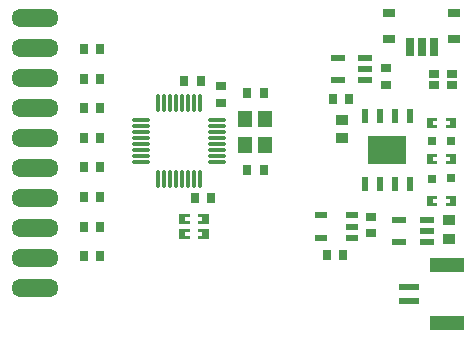
<source format=gtp>
G04 Layer: TopPasteMaskLayer*
G04 EasyEDA v6.5.47, 2024-10-09 00:53:15*
G04 5ec392d24d9d47da98b20392d8b9c800,a18d025d90d848418757c69f2d6d6cc0,10*
G04 Gerber Generator version 0.2*
G04 Scale: 100 percent, Rotated: No, Reflected: No *
G04 Dimensions in millimeters *
G04 leading zeros omitted , absolute positions ,4 integer and 5 decimal *
%FSLAX45Y45*%
%MOMM*%

%AMMACRO1*21,1,$1,$2,0,0,$3*%
%ADD10R,0.8000X0.9000*%
%ADD11R,0.9000X0.8000*%
%ADD12R,1.0922X0.8128*%
%ADD13R,1.1570X0.4900*%
%ADD14R,1.1750X0.4900*%
%ADD15MACRO1,0.8X0.65X0.0000*%
%ADD16R,0.8000X0.8000*%
%ADD17O,3.9999919999999998X1.499997*%
%ADD18R,0.7000X1.5000*%
%ADD19R,1.0000X0.8000*%
%ADD20O,1.5699994X0.2800096*%
%ADD21O,0.2800096X1.5699994*%
%ADD22R,0.6000X1.2000*%
%ADD23R,3.3000X2.4000*%
%ADD24R,1.2000X1.4000*%
%ADD25MACRO1,1.2X1.4X0.0000*%
%ADD26R,1.7000X0.6000*%
%ADD27R,2.9000X1.3000*%
%ADD28R,1.1000X0.6000*%

%LPD*%
G36*
X3722522Y-1936191D02*
G01*
X3717493Y-1941220D01*
X3717493Y-1963978D01*
X3754475Y-1963978D01*
X3754475Y-1996998D01*
X3717493Y-1996998D01*
X3717493Y-2021179D01*
X3722522Y-2026208D01*
X3802481Y-2026208D01*
X3807510Y-2021179D01*
X3807510Y-1941220D01*
X3802481Y-1936191D01*
G37*
G36*
X3563518Y-1936191D02*
G01*
X3558489Y-1941220D01*
X3558489Y-2021179D01*
X3563518Y-2026208D01*
X3643477Y-2026208D01*
X3648506Y-2021179D01*
X3648506Y-1998421D01*
X3611524Y-1998421D01*
X3611524Y-1965401D01*
X3648506Y-1965401D01*
X3648506Y-1941220D01*
X3643477Y-1936191D01*
G37*
G36*
X3722522Y-1580591D02*
G01*
X3717493Y-1585620D01*
X3717493Y-1608378D01*
X3754475Y-1608378D01*
X3754475Y-1641398D01*
X3717493Y-1641398D01*
X3717493Y-1665579D01*
X3722522Y-1670608D01*
X3802481Y-1670608D01*
X3807510Y-1665579D01*
X3807510Y-1585620D01*
X3802481Y-1580591D01*
G37*
G36*
X3563518Y-1580591D02*
G01*
X3558489Y-1585620D01*
X3558489Y-1665579D01*
X3563518Y-1670608D01*
X3643477Y-1670608D01*
X3648506Y-1665579D01*
X3648506Y-1642821D01*
X3611524Y-1642821D01*
X3611524Y-1609801D01*
X3648506Y-1609801D01*
X3648506Y-1585620D01*
X3643477Y-1580591D01*
G37*
G36*
X3722522Y-1275791D02*
G01*
X3717493Y-1280820D01*
X3717493Y-1303578D01*
X3754475Y-1303578D01*
X3754475Y-1336598D01*
X3717493Y-1336598D01*
X3717493Y-1360779D01*
X3722522Y-1365808D01*
X3802481Y-1365808D01*
X3807510Y-1360779D01*
X3807510Y-1280820D01*
X3802481Y-1275791D01*
G37*
G36*
X3563518Y-1275791D02*
G01*
X3558489Y-1280820D01*
X3558489Y-1360779D01*
X3563518Y-1365808D01*
X3643477Y-1365808D01*
X3648506Y-1360779D01*
X3648506Y-1338021D01*
X3611524Y-1338021D01*
X3611524Y-1305001D01*
X3648506Y-1305001D01*
X3648506Y-1280820D01*
X3643477Y-1275791D01*
G37*
G36*
X1627022Y-2215591D02*
G01*
X1621993Y-2220620D01*
X1621993Y-2243378D01*
X1659026Y-2243378D01*
X1659026Y-2276398D01*
X1621993Y-2276398D01*
X1621993Y-2300579D01*
X1627022Y-2305608D01*
X1706981Y-2305608D01*
X1712010Y-2300579D01*
X1712010Y-2220620D01*
X1706981Y-2215591D01*
G37*
G36*
X1468018Y-2215591D02*
G01*
X1462989Y-2220620D01*
X1462989Y-2300579D01*
X1468018Y-2305608D01*
X1547977Y-2305608D01*
X1553006Y-2300579D01*
X1553006Y-2277821D01*
X1515973Y-2277821D01*
X1515973Y-2244801D01*
X1553006Y-2244801D01*
X1553006Y-2220620D01*
X1547977Y-2215591D01*
G37*
G36*
X1627022Y-2088591D02*
G01*
X1621993Y-2093620D01*
X1621993Y-2116378D01*
X1659026Y-2116378D01*
X1659026Y-2149398D01*
X1621993Y-2149398D01*
X1621993Y-2173579D01*
X1627022Y-2178608D01*
X1706981Y-2178608D01*
X1712010Y-2173579D01*
X1712010Y-2093620D01*
X1706981Y-2088591D01*
G37*
G36*
X1468018Y-2088591D02*
G01*
X1462989Y-2093620D01*
X1462989Y-2173579D01*
X1468018Y-2178608D01*
X1547977Y-2178608D01*
X1553006Y-2173579D01*
X1553006Y-2150821D01*
X1515973Y-2150821D01*
X1515973Y-2117801D01*
X1553006Y-2117801D01*
X1553006Y-2093620D01*
X1547977Y-2088591D01*
G37*
D10*
G01*
X2711297Y-2438400D03*
G01*
X2851302Y-2438400D03*
D11*
G01*
X3086100Y-2254402D03*
G01*
X3086100Y-2114397D03*
G01*
X3213100Y-997102D03*
G01*
X3213100Y-857097D03*
D10*
G01*
X2762097Y-1117600D03*
G01*
X2902102Y-1117600D03*
G01*
X655446Y-2448001D03*
G01*
X795451Y-2448001D03*
G01*
X653897Y-2197100D03*
G01*
X793902Y-2197100D03*
G01*
X653897Y-1946732D03*
G01*
X793902Y-1946732D03*
G01*
X653897Y-1696364D03*
G01*
X793902Y-1696364D03*
G01*
X655446Y-1446529D03*
G01*
X795451Y-1446529D03*
G01*
X653897Y-1195603D03*
G01*
X793902Y-1195603D03*
G01*
X655446Y-945794D03*
G01*
X795451Y-945794D03*
G01*
X655446Y-695401D03*
G01*
X795451Y-695401D03*
G01*
X2178202Y-1066800D03*
G01*
X2038197Y-1066800D03*
G01*
X2178202Y-1714500D03*
G01*
X2038197Y-1714500D03*
G01*
X1593697Y-1955800D03*
G01*
X1733702Y-1955800D03*
D11*
G01*
X1816100Y-1009497D03*
G01*
X1816100Y-1149502D03*
D10*
G01*
X1644802Y-965200D03*
G01*
X1504797Y-965200D03*
D12*
G01*
X3746500Y-2301239D03*
G01*
X3746500Y-2143760D03*
G01*
X2844800Y-1450339D03*
G01*
X2844800Y-1292860D03*
D13*
G01*
X3036366Y-958595D03*
G01*
X3036366Y-863600D03*
G01*
X3036366Y-768604D03*
D14*
G01*
X2805633Y-768604D03*
G01*
X2805633Y-958595D03*
D13*
G01*
X3557066Y-2330195D03*
G01*
X3557066Y-2235200D03*
G01*
X3557066Y-2140204D03*
D14*
G01*
X3326333Y-2140204D03*
G01*
X3326333Y-2330195D03*
D15*
G01*
X3620698Y-907492D03*
G01*
X3620698Y-997507D03*
G01*
X3770701Y-997507D03*
G01*
X3770701Y-907492D03*
D16*
G01*
X3762959Y-1790344D03*
G01*
X3603066Y-1791055D03*
G01*
X3762959Y-1472844D03*
G01*
X3603066Y-1473555D03*
D17*
G01*
X241300Y-431800D03*
G01*
X241300Y-685800D03*
G01*
X241300Y-939800D03*
G01*
X241300Y-1193800D03*
G01*
X241300Y-1447800D03*
G01*
X241300Y-1701800D03*
G01*
X241300Y-1955800D03*
G01*
X241300Y-2209800D03*
G01*
X241300Y-2463800D03*
G01*
X241300Y-2717800D03*
D18*
G01*
X3617899Y-678408D03*
G01*
X3517900Y-678408D03*
G01*
X3417900Y-678408D03*
D19*
G01*
X3792905Y-608406D03*
G01*
X3242894Y-608406D03*
G01*
X3792905Y-388391D03*
G01*
X3242894Y-388391D03*
D20*
G01*
X1142009Y-1298194D03*
G01*
X1142009Y-1348206D03*
G01*
X1142009Y-1398193D03*
G01*
X1142009Y-1448206D03*
G01*
X1142009Y-1498193D03*
G01*
X1142009Y-1548206D03*
G01*
X1142009Y-1598193D03*
G01*
X1142009Y-1648205D03*
D21*
G01*
X1285494Y-1791690D03*
G01*
X1335506Y-1791690D03*
G01*
X1385493Y-1791690D03*
G01*
X1435506Y-1791690D03*
G01*
X1485493Y-1791690D03*
G01*
X1535506Y-1791690D03*
G01*
X1585493Y-1791690D03*
G01*
X1635505Y-1791690D03*
D20*
G01*
X1778990Y-1648205D03*
G01*
X1778990Y-1598193D03*
G01*
X1778990Y-1548206D03*
G01*
X1778990Y-1498193D03*
G01*
X1778990Y-1448206D03*
G01*
X1778990Y-1398193D03*
G01*
X1778990Y-1348206D03*
G01*
X1778990Y-1298194D03*
D21*
G01*
X1635505Y-1154709D03*
G01*
X1585493Y-1154709D03*
G01*
X1535506Y-1154709D03*
G01*
X1485493Y-1154709D03*
G01*
X1435506Y-1154709D03*
G01*
X1385493Y-1154709D03*
G01*
X1335506Y-1154709D03*
G01*
X1285494Y-1154709D03*
D22*
G01*
X3035300Y-1840229D03*
G01*
X3162300Y-1840229D03*
G01*
X3289300Y-1840229D03*
G01*
X3416300Y-1840229D03*
G01*
X3416300Y-1258570D03*
G01*
X3289300Y-1258570D03*
G01*
X3162300Y-1258570D03*
G01*
X3035300Y-1258570D03*
D23*
G01*
X3225800Y-1549400D03*
D24*
G01*
X2023211Y-1286992D03*
D25*
G01*
X2023211Y-1506999D03*
G01*
X2193213Y-1506999D03*
G01*
X2193213Y-1287000D03*
D26*
G01*
X3408705Y-2831109D03*
G01*
X3408705Y-2706090D03*
D27*
G01*
X3728694Y-2521102D03*
G01*
X3728694Y-3016097D03*
D28*
G01*
X2664028Y-2292121D03*
G01*
X2664028Y-2102129D03*
G01*
X2924047Y-2102129D03*
G01*
X2924047Y-2197125D03*
G01*
X2924047Y-2292121D03*
M02*

</source>
